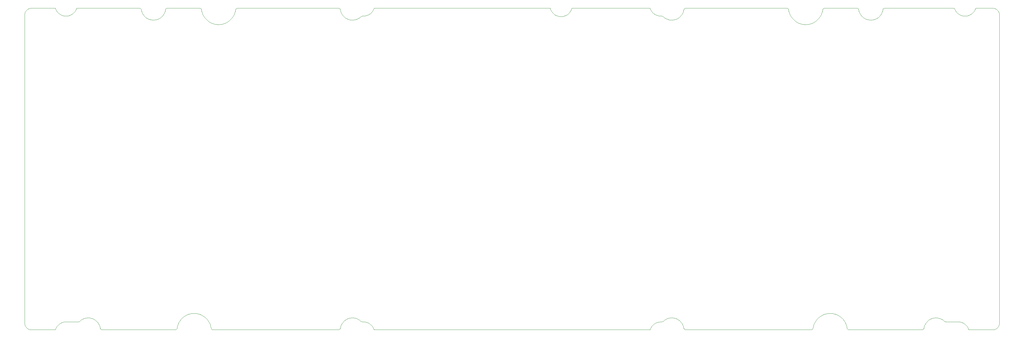
<source format=gm1>
G04*
G04 #@! TF.GenerationSoftware,Altium Limited,Altium Designer,23.6.0 (18)*
G04*
G04 Layer_Color=16711935*
%FSLAX25Y25*%
%MOIN*%
G70*
G04*
G04 #@! TF.SameCoordinates,B66D48C5-E07E-4974-9F6D-D9774B8395A7*
G04*
G04*
G04 #@! TF.FilePolarity,Positive*
G04*
G01*
G75*
%ADD95C,0.00394*%
D95*
X568854Y35431D02*
X569121Y34462D01*
X569463Y33518D01*
X569879Y32603D01*
X570365Y31724D01*
X570919Y30885D01*
X571538Y30094D01*
X572217Y29353D01*
X572952Y28668D01*
X573739Y28044D01*
X574573Y27483D01*
X575449Y26990D01*
X576360Y26567D01*
X577302Y26218D01*
X578269Y25944D01*
X579254Y25747D01*
X580252Y25628D01*
X581256Y25589D01*
X582260Y25628D01*
X583258Y25747D01*
X584243Y25944D01*
X585210Y26218D01*
X586152Y26567D01*
X587063Y26990D01*
X587939Y27483D01*
X588773Y28044D01*
X589560Y28668D01*
X590295Y29353D01*
X590974Y30094D01*
X591593Y30885D01*
X592147Y31724D01*
X592633Y32603D01*
X593049Y33518D01*
X593391Y34462D01*
X593657Y35431D01*
X910150Y-333244D02*
X909971Y-332261D01*
X909743Y-331287D01*
X909466Y-330327D01*
X909141Y-329382D01*
X908769Y-328454D01*
X908350Y-327547D01*
X907886Y-326661D01*
X907378Y-325801D01*
X906826Y-324967D01*
X906234Y-324162D01*
X905601Y-323389D01*
X904930Y-322648D01*
X904222Y-321942D01*
X903480Y-321272D01*
X902704Y-320642D01*
X901898Y-320051D01*
X901063Y-319501D01*
X900201Y-318995D01*
X899315Y-318533D01*
X898407Y-318116D01*
X897478Y-317746D01*
X896532Y-317423D01*
X895571Y-317148D01*
X894597Y-316923D01*
X893613Y-316747D01*
X892622Y-316621D01*
X891625Y-316545D01*
X890626Y-316520D01*
X889627Y-316545D01*
X888630Y-316621D01*
X887638Y-316747D01*
X886655Y-316923D01*
X885681Y-317148D01*
X884720Y-317423D01*
X883774Y-317746D01*
X882845Y-318116D01*
X881937Y-318533D01*
X881051Y-318995D01*
X880189Y-319501D01*
X879354Y-320051D01*
X878547Y-320642D01*
X877772Y-321272D01*
X877030Y-321942D01*
X876322Y-322648D01*
X875651Y-323389D01*
X875019Y-324162D01*
X874426Y-324967D01*
X873874Y-325801D01*
X873366Y-326661D01*
X872902Y-327547D01*
X872483Y-328454D01*
X872110Y-329382D01*
X871786Y-330327D01*
X871509Y-331287D01*
X871281Y-332261D01*
X871102Y-333244D01*
X178898D02*
X178719Y-332261D01*
X178491Y-331287D01*
X178215Y-330327D01*
X177890Y-329382D01*
X177517Y-328454D01*
X177098Y-327547D01*
X176634Y-326661D01*
X176126Y-325801D01*
X175574Y-324967D01*
X174981Y-324162D01*
X174349Y-323389D01*
X173678Y-322648D01*
X172970Y-321942D01*
X172228Y-321272D01*
X171452Y-320642D01*
X170646Y-320051D01*
X169811Y-319501D01*
X168949Y-318995D01*
X168063Y-318533D01*
X167155Y-318116D01*
X166226Y-317746D01*
X165280Y-317423D01*
X164319Y-317148D01*
X163345Y-316923D01*
X162361Y-316747D01*
X161370Y-316621D01*
X160373Y-316545D01*
X159374Y-316520D01*
X158375Y-316545D01*
X157378Y-316621D01*
X156387Y-316747D01*
X155403Y-316923D01*
X154429Y-317148D01*
X153468Y-317423D01*
X152522Y-317746D01*
X151593Y-318116D01*
X150685Y-318533D01*
X149799Y-318995D01*
X148937Y-319501D01*
X148102Y-320051D01*
X147295Y-320642D01*
X146520Y-321272D01*
X145778Y-321942D01*
X145070Y-322648D01*
X144399Y-323389D01*
X143766Y-324162D01*
X143174Y-324967D01*
X142622Y-325801D01*
X142114Y-326661D01*
X141650Y-327547D01*
X141231Y-328454D01*
X140859Y-329382D01*
X140533Y-330327D01*
X140257Y-331287D01*
X140029Y-332261D01*
X139850Y-333244D01*
X-161Y35433D02*
X158Y34492D01*
X550Y33578D01*
X1012Y32698D01*
X1541Y31856D01*
X2133Y31058D01*
X2786Y30308D01*
X3495Y29611D01*
X4255Y28971D01*
X5064Y28392D01*
X5914Y27877D01*
X6802Y27430D01*
X7722Y27054D01*
X8669Y26750D01*
X9636Y26520D01*
X10618Y26366D01*
X11609Y26289D01*
X12603D01*
X13595Y26366D01*
X14577Y26520D01*
X15544Y26750D01*
X16490Y27054D01*
X17411Y27430D01*
X18298Y27877D01*
X19149Y28392D01*
X19957Y28971D01*
X20718Y29611D01*
X21427Y30308D01*
X22080Y31058D01*
X22672Y31856D01*
X23201Y32698D01*
X23662Y33578D01*
X24054Y34492D01*
X24374Y35433D01*
X51382Y-333185D02*
X51173Y-332217D01*
X50895Y-331265D01*
X50551Y-330336D01*
X50143Y-329433D01*
X49671Y-328562D01*
X49139Y-327726D01*
X48549Y-326929D01*
X47904Y-326177D01*
X47208Y-325472D01*
X46464Y-324818D01*
X45675Y-324218D01*
X44846Y-323675D01*
X43980Y-323193D01*
X43083Y-322773D01*
X42158Y-322417D01*
X41210Y-322128D01*
X40244Y-321907D01*
X39265Y-321754D01*
X38278Y-321671D01*
X37287Y-321658D01*
X36297Y-321715D01*
X35315Y-321842D01*
X34343Y-322039D01*
X33388Y-322303D01*
X32454Y-322634D01*
X31546Y-323031D01*
X30668Y-323490D01*
X29825Y-324011D01*
X29021Y-324590D01*
X28260Y-325224D01*
X325410Y-335433D02*
X326270Y-335263D01*
X327000Y-334776D01*
X327487Y-334046D01*
X327658Y-333185D01*
X354035Y26280D02*
X355060Y26320D01*
X356078Y26443D01*
X357083Y26647D01*
X358068Y26930D01*
X359027Y27292D01*
X359954Y27729D01*
X360844Y28239D01*
X361689Y28819D01*
X362486Y29465D01*
X363228Y30172D01*
X363911Y30936D01*
X364531Y31753D01*
X365083Y32617D01*
X365565Y33522D01*
X365972Y34463D01*
X366303Y35433D01*
X696917Y-326323D02*
X698010Y-326107D01*
X698937Y-325488D01*
X724590Y35433D02*
X723730Y35263D01*
X723000Y34776D01*
X722513Y34046D01*
X722342Y33185D01*
X842976D02*
X842806Y34046D01*
X842319Y34776D01*
X841589Y35263D01*
X840728Y35433D01*
X-35433Y-327559D02*
X-35365Y-328587D01*
X-35164Y-329597D01*
X-34833Y-330572D01*
X-34377Y-331495D01*
X-33805Y-332352D01*
X-33126Y-333126D01*
X-32352Y-333805D01*
X-31495Y-334377D01*
X-30572Y-334833D01*
X-29597Y-335164D01*
X-28587Y-335365D01*
X-27559Y-335433D01*
X12106Y-326279D02*
X11082Y-326320D01*
X10064Y-326443D01*
X9059Y-326647D01*
X8074Y-326930D01*
X7115Y-327292D01*
X6187Y-327729D01*
X5298Y-328239D01*
X4453Y-328819D01*
X3656Y-329465D01*
X2914Y-330172D01*
X2231Y-330936D01*
X1611Y-331753D01*
X1058Y-332617D01*
X577Y-333522D01*
X169Y-334463D01*
X-161Y-335433D01*
X128630Y35433D02*
X127769Y35263D01*
X127039Y34776D01*
X126552Y34046D01*
X126382Y33185D01*
X868913Y-335433D02*
X870007Y-335139D01*
X870809Y-334338D01*
X871102Y-333244D01*
X842976Y33185D02*
X843155Y32201D01*
X843383Y31228D01*
X843659Y30268D01*
X843985Y29323D01*
X844357Y28395D01*
X844776Y27488D01*
X845240Y26602D01*
X845749Y25742D01*
X846300Y24908D01*
X846893Y24103D01*
X847525Y23329D01*
X848196Y22589D01*
X848904Y21883D01*
X849646Y21213D01*
X850422Y20583D01*
X851228Y19992D01*
X852063Y19442D01*
X852925Y18936D01*
X853811Y18474D01*
X854719Y18057D01*
X855648Y17687D01*
X856594Y17364D01*
X857555Y17089D01*
X858529Y16864D01*
X859513Y16688D01*
X860504Y16562D01*
X861501Y16486D01*
X862500Y16461D01*
X863499Y16486D01*
X864496Y16562D01*
X865487Y16688D01*
X866471Y16864D01*
X867445Y17089D01*
X868406Y17364D01*
X869352Y17687D01*
X870281Y18057D01*
X871189Y18474D01*
X872075Y18936D01*
X872937Y19442D01*
X873772Y19992D01*
X874578Y20583D01*
X875354Y21213D01*
X876096Y21883D01*
X876804Y22589D01*
X877475Y23329D01*
X878107Y24103D01*
X878700Y24908D01*
X879251Y25742D01*
X879760Y26602D01*
X880224Y27488D01*
X880643Y28395D01*
X881015Y29323D01*
X881341Y30268D01*
X881617Y31228D01*
X881845Y32201D01*
X882024Y33185D01*
X953425Y35433D02*
X952564Y35263D01*
X951835Y34776D01*
X951347Y34046D01*
X951177Y33185D01*
X137661Y-335433D02*
X138756Y-335139D01*
X139557Y-334338D01*
X139850Y-333244D01*
X351055Y-325480D02*
X350302Y-324817D01*
X349503Y-324210D01*
X348662Y-323661D01*
X347785Y-323175D01*
X346875Y-322752D01*
X345936Y-322395D01*
X344975Y-322107D01*
X343996Y-321888D01*
X343003Y-321740D01*
X342003Y-321664D01*
X340999Y-321659D01*
X339998Y-321726D01*
X339004Y-321865D01*
X338022Y-322075D01*
X337058Y-322355D01*
X336117Y-322702D01*
X335203Y-323117D01*
X334321Y-323596D01*
X333476Y-324136D01*
X332671Y-324736D01*
X331912Y-325393D01*
X331201Y-326101D01*
X330543Y-326859D01*
X329942Y-327662D01*
X329399Y-328506D01*
X328918Y-329387D01*
X328501Y-330300D01*
X328151Y-331241D01*
X327870Y-332204D01*
X327658Y-333185D01*
X327658Y33185D02*
X327487Y34046D01*
X327000Y34776D01*
X326270Y35263D01*
X325410Y35433D01*
X699075Y25358D02*
X699832Y24709D01*
X700634Y24115D01*
X701475Y23580D01*
X702353Y23106D01*
X703263Y22696D01*
X704199Y22351D01*
X705157Y22075D01*
X706133Y21867D01*
X707121Y21729D01*
X708116Y21661D01*
X709113Y21665D01*
X710108Y21740D01*
X711095Y21885D01*
X712069Y22101D01*
X713025Y22385D01*
X713959Y22737D01*
X714865Y23154D01*
X715739Y23634D01*
X716577Y24176D01*
X717374Y24776D01*
X718126Y25431D01*
X718830Y26138D01*
X719481Y26893D01*
X720078Y27693D01*
X720615Y28533D01*
X721092Y29409D01*
X721505Y30317D01*
X721852Y31253D01*
X722132Y32210D01*
X722342Y33185D01*
X996370Y-335433D02*
X997231Y-335263D01*
X997961Y-334776D01*
X998448Y-334046D01*
X998618Y-333185D01*
X1022110Y-325571D02*
X1022894Y-326095D01*
X1023819Y-326279D01*
X351055Y-325480D02*
X351939Y-326070D01*
X352980Y-326279D01*
X884272Y35433D02*
X883411Y35263D01*
X882681Y34776D01*
X882194Y34046D01*
X882024Y33185D01*
X923618Y33185D02*
X923829Y32207D01*
X924110Y31247D01*
X924459Y30310D01*
X924873Y29399D01*
X925352Y28521D01*
X925891Y27679D01*
X926490Y26878D01*
X927145Y26121D01*
X927851Y25414D01*
X928607Y24758D01*
X929407Y24158D01*
X930248Y23617D01*
X931126Y23137D01*
X932036Y22721D01*
X932973Y22371D01*
X933932Y22089D01*
X934910Y21876D01*
X935900Y21734D01*
X936897Y21663D01*
X937898D01*
X938895Y21734D01*
X939886Y21876D01*
X940863Y22089D01*
X941823Y22371D01*
X942760Y22721D01*
X943669Y23137D01*
X944547Y23617D01*
X945388Y24158D01*
X946188Y24758D01*
X946944Y25414D01*
X947651Y26121D01*
X948305Y26878D01*
X948904Y27679D01*
X949444Y28521D01*
X949922Y29399D01*
X950337Y30310D01*
X950685Y31247D01*
X950966Y32207D01*
X951177Y33185D01*
X1077559Y-335433D02*
X1078587Y-335365D01*
X1079597Y-335164D01*
X1080572Y-334833D01*
X1081495Y-334377D01*
X1082352Y-333805D01*
X1083126Y-333126D01*
X1083805Y-332352D01*
X1084377Y-331495D01*
X1084833Y-330572D01*
X1085164Y-329597D01*
X1085365Y-328587D01*
X1085433Y-327559D01*
X51382Y-333185D02*
X51552Y-334046D01*
X52039Y-334776D01*
X52769Y-335263D01*
X53630Y-335433D01*
X167976Y33185D02*
X168155Y32201D01*
X168383Y31228D01*
X168659Y30268D01*
X168985Y29323D01*
X169357Y28395D01*
X169776Y27488D01*
X170240Y26602D01*
X170748Y25742D01*
X171300Y24908D01*
X171892Y24103D01*
X172525Y23329D01*
X173196Y22589D01*
X173904Y21883D01*
X174646Y21213D01*
X175422Y20583D01*
X176228Y19992D01*
X177063Y19442D01*
X177925Y18936D01*
X178811Y18474D01*
X179719Y18057D01*
X180648Y17687D01*
X181594Y17364D01*
X182555Y17089D01*
X183529Y16864D01*
X184512Y16688D01*
X185504Y16562D01*
X186501Y16486D01*
X187500Y16461D01*
X188499Y16486D01*
X189496Y16562D01*
X190487Y16688D01*
X191471Y16864D01*
X192445Y17089D01*
X193406Y17364D01*
X194352Y17687D01*
X195281Y18057D01*
X196189Y18474D01*
X197075Y18936D01*
X197937Y19442D01*
X198772Y19992D01*
X199578Y20583D01*
X200354Y21213D01*
X201096Y21883D01*
X201804Y22589D01*
X202475Y23329D01*
X203107Y24103D01*
X203700Y24908D01*
X204251Y25742D01*
X204760Y26602D01*
X205224Y27487D01*
X205643Y28395D01*
X206015Y29323D01*
X206341Y30268D01*
X206617Y31228D01*
X206845Y32201D01*
X207024Y33185D01*
X366303Y-335433D02*
X365972Y-334463D01*
X365565Y-333522D01*
X365083Y-332617D01*
X364531Y-331753D01*
X363911Y-330936D01*
X363228Y-330172D01*
X362486Y-329465D01*
X361689Y-328819D01*
X360844Y-328239D01*
X359954Y-327729D01*
X359027Y-327292D01*
X358068Y-326930D01*
X357083Y-326647D01*
X356078Y-326443D01*
X355060Y-326320D01*
X354035Y-326279D01*
X683697Y35433D02*
X684028Y34463D01*
X684435Y33522D01*
X684917Y32617D01*
X685469Y31753D01*
X686089Y30936D01*
X686772Y30172D01*
X687514Y29465D01*
X688311Y28819D01*
X689156Y28239D01*
X690046Y27729D01*
X690973Y27292D01*
X691932Y26930D01*
X692917Y26647D01*
X693922Y26443D01*
X694940Y26320D01*
X695965Y26280D01*
X910150Y-333244D02*
X910443Y-334338D01*
X911244Y-335139D01*
X912339Y-335433D01*
X98823Y33185D02*
X99034Y32207D01*
X99315Y31247D01*
X99663Y30310D01*
X100078Y29399D01*
X100556Y28521D01*
X101096Y27679D01*
X101695Y26878D01*
X102349Y26121D01*
X103056Y25414D01*
X103812Y24758D01*
X104612Y24158D01*
X105453Y23617D01*
X106331Y23137D01*
X107240Y22721D01*
X108177Y22371D01*
X109137Y22089D01*
X110115Y21876D01*
X111105Y21734D01*
X112102Y21663D01*
X113102D01*
X114100Y21734D01*
X115090Y21876D01*
X116068Y22089D01*
X117027Y22371D01*
X117964Y22721D01*
X118874Y23137D01*
X119752Y23617D01*
X120593Y24158D01*
X121393Y24758D01*
X122149Y25414D01*
X122855Y26121D01*
X123510Y26878D01*
X124109Y27679D01*
X124648Y28521D01*
X125127Y29399D01*
X125541Y30310D01*
X125890Y31247D01*
X126171Y32207D01*
X126382Y33185D01*
X167976Y33185D02*
X167806Y34046D01*
X167319Y34776D01*
X166589Y35263D01*
X165728Y35433D01*
X178898Y-333244D02*
X179192Y-334338D01*
X179992Y-335139D01*
X181087Y-335433D01*
X353035Y26280D02*
X351942Y26064D01*
X351016Y25445D01*
X1022110Y-325571D02*
X1021360Y-324898D01*
X1020563Y-324281D01*
X1019723Y-323723D01*
X1018846Y-323227D01*
X1017935Y-322795D01*
X1016996Y-322430D01*
X1016033Y-322133D01*
X1015051Y-321907D01*
X1014055Y-321751D01*
X1013050Y-321668D01*
X1012043Y-321657D01*
X1011036Y-321719D01*
X1010038Y-321853D01*
X1009051Y-322059D01*
X1008082Y-322335D01*
X1007135Y-322680D01*
X1006215Y-323092D01*
X1005327Y-323570D01*
X1004476Y-324110D01*
X1003666Y-324710D01*
X1002901Y-325366D01*
X1002186Y-326076D01*
X1001524Y-326836D01*
X1000918Y-327641D01*
X1000371Y-328488D01*
X999887Y-329372D01*
X999467Y-330288D01*
X999115Y-331233D01*
X998831Y-332200D01*
X998618Y-333185D01*
X25717Y-326279D02*
X26647Y-326156D01*
X27515Y-325796D01*
X28260Y-325224D01*
X327658Y33185D02*
X327869Y32206D01*
X328151Y31245D01*
X328500Y30306D01*
X328916Y29394D01*
X329395Y28515D01*
X329936Y27672D01*
X330537Y26870D01*
X331193Y26113D01*
X331901Y25405D01*
X332658Y24749D01*
X333461Y24150D01*
X334304Y23609D01*
X335183Y23129D01*
X336095Y22714D01*
X337034Y22365D01*
X337995Y22085D01*
X338974Y21873D01*
X339966Y21732D01*
X340965Y21663D01*
X341967Y21665D01*
X342966Y21739D01*
X343957Y21883D01*
X344935Y22099D01*
X345896Y22384D01*
X346833Y22737D01*
X347743Y23156D01*
X348621Y23639D01*
X349462Y24183D01*
X350261Y24786D01*
X351016Y25445D01*
X695917Y-326323D02*
X694893Y-326364D01*
X693875Y-326486D01*
X692870Y-326690D01*
X691885Y-326974D01*
X690926Y-327335D01*
X689998Y-327773D01*
X689109Y-328283D01*
X688264Y-328862D01*
X687467Y-329508D01*
X686725Y-330215D01*
X686042Y-330980D01*
X685422Y-331796D01*
X684869Y-332660D01*
X684388Y-333565D01*
X683980Y-334506D01*
X683650Y-335476D01*
X722342Y-333185D02*
X722130Y-332204D01*
X721848Y-331241D01*
X721498Y-330300D01*
X721081Y-329387D01*
X720599Y-328506D01*
X720056Y-327662D01*
X719454Y-326858D01*
X718796Y-326101D01*
X718085Y-325392D01*
X717325Y-324736D01*
X716520Y-324136D01*
X715674Y-323595D01*
X714792Y-323117D01*
X713877Y-322703D01*
X712936Y-322355D01*
X711971Y-322076D01*
X710990Y-321867D01*
X709995Y-321728D01*
X708994Y-321661D01*
X707990Y-321666D01*
X706989Y-321743D01*
X705996Y-321892D01*
X705017Y-322111D01*
X704055Y-322400D01*
X703117Y-322757D01*
X702207Y-323180D01*
X701329Y-323668D01*
X700489Y-324217D01*
X699690Y-324825D01*
X698937Y-325488D01*
X699075Y25358D02*
X698056Y26039D01*
X696854Y26280D01*
X1033500Y35433D02*
X1033820Y34492D01*
X1034212Y33578D01*
X1034674Y32698D01*
X1035202Y31856D01*
X1035795Y31058D01*
X1036447Y30308D01*
X1037156Y29611D01*
X1037917Y28971D01*
X1038725Y28392D01*
X1039576Y27877D01*
X1040464Y27430D01*
X1041384Y27054D01*
X1042330Y26750D01*
X1043297Y26520D01*
X1044279Y26366D01*
X1045271Y26289D01*
X1046265D01*
X1047256Y26366D01*
X1048238Y26520D01*
X1049205Y26750D01*
X1050152Y27054D01*
X1051072Y27430D01*
X1051960Y27877D01*
X1052810Y28392D01*
X1053619Y28971D01*
X1054379Y29611D01*
X1055088Y30308D01*
X1055741Y31058D01*
X1056333Y31856D01*
X1056862Y32698D01*
X1057324Y33578D01*
X1057716Y34492D01*
X1058035Y35433D01*
X-27559D02*
X-28587Y35365D01*
X-29597Y35164D01*
X-30572Y34833D01*
X-31495Y34377D01*
X-32352Y33805D01*
X-33126Y33126D01*
X-33805Y32352D01*
X-34377Y31495D01*
X-34833Y30572D01*
X-35164Y29597D01*
X-35365Y28587D01*
X-35433Y27559D01*
X98823Y33185D02*
X98653Y34046D01*
X98165Y34776D01*
X97436Y35263D01*
X96575Y35433D01*
X209272D02*
X208411Y35263D01*
X207681Y34776D01*
X207194Y34046D01*
X207024Y33185D01*
X722342Y-333185D02*
X722513Y-334046D01*
X723000Y-334776D01*
X723730Y-335263D01*
X724590Y-335433D01*
X923618Y33185D02*
X923448Y34046D01*
X922961Y34776D01*
X922231Y35263D01*
X921370Y35433D01*
X1050161Y-335433D02*
X1049831Y-334463D01*
X1049423Y-333522D01*
X1048942Y-332617D01*
X1048389Y-331753D01*
X1047770Y-330936D01*
X1047086Y-330172D01*
X1046344Y-329465D01*
X1045548Y-328819D01*
X1044702Y-328239D01*
X1043813Y-327729D01*
X1042885Y-327292D01*
X1041926Y-326930D01*
X1040941Y-326647D01*
X1039936Y-326443D01*
X1038918Y-326320D01*
X1037894Y-326279D01*
X1085433Y27559D02*
X1085365Y28587D01*
X1085164Y29597D01*
X1084833Y30572D01*
X1084377Y31495D01*
X1083805Y32352D01*
X1083126Y33126D01*
X1082352Y33805D01*
X1081495Y34377D01*
X1080572Y34833D01*
X1079597Y35164D01*
X1078587Y35365D01*
X1077559Y35433D01*
X366303D02*
X568854D01*
X1085433Y-182579D02*
X1085433Y27559D01*
X695965Y26280D02*
X696854D01*
X724590Y-335433D02*
X868913D01*
X1050161D02*
X1077559D01*
X1058035Y35433D02*
X1077559D01*
X128630D02*
X165728D01*
X953425D02*
X1033500D01*
X1085433Y-182579D02*
X1085433Y-327559D01*
X-27559Y-335433D02*
X-161D01*
X695917Y-326323D02*
X696917D01*
X1023819Y-326279D02*
X1037894D01*
X-35433Y-181890D02*
Y27559D01*
X53630Y-335433D02*
X137661D01*
X724590Y35433D02*
X840728D01*
X-35433Y-182579D02*
Y-181890D01*
X-27559Y35433D02*
X-161D01*
X366303Y-335433D02*
X683650D01*
X12106Y-326279D02*
X25717D01*
X181087Y-335433D02*
X325410D01*
X352980Y-326279D02*
X354035D01*
X912339Y-335433D02*
X996370D01*
X-35433Y-182579D02*
X-35433Y-327559D01*
X209272Y35433D02*
X325410D01*
X593657Y35433D02*
X683697Y35433D01*
X24374D02*
X96575D01*
X353035Y26280D02*
X354035D01*
X884272Y35433D02*
X921370D01*
M02*

</source>
